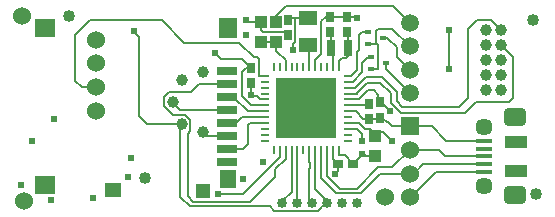
<source format=gtl>
%FSLAX25Y25*%
%MOIN*%
G70*
G01*
G75*
G04 Layer_Physical_Order=1*
G04 Layer_Color=255*
%ADD10R,0.02008X0.01575*%
%ADD11R,0.05315X0.01575*%
%ADD12R,0.07480X0.03937*%
%ADD13R,0.03937X0.04331*%
%ADD14R,0.05709X0.06299*%
%ADD15R,0.06693X0.05906*%
%ADD16R,0.05906X0.06693*%
%ADD17R,0.06614X0.03150*%
%ADD18R,0.05512X0.05079*%
%ADD19R,0.05118X0.05079*%
%ADD20R,0.03543X0.02756*%
%ADD21R,0.02756X0.03543*%
%ADD22R,0.05906X0.05118*%
%ADD23R,0.02953X0.05512*%
%ADD24O,0.00787X0.02756*%
%ADD25O,0.02756X0.00787*%
%ADD26R,0.20276X0.20276*%
%ADD27C,0.04000*%
%ADD28C,0.00800*%
%ADD29C,0.03347*%
%ADD30C,0.06000*%
%ADD31R,0.06000X0.06000*%
G04:AMPARAMS|DCode=32|XSize=59.06mil|YSize=74.8mil|CornerRadius=14.76mil|HoleSize=0mil|Usage=FLASHONLY|Rotation=270.000|XOffset=0mil|YOffset=0mil|HoleType=Round|Shape=RoundedRectangle|*
%AMROUNDEDRECTD32*
21,1,0.05906,0.04528,0,0,270.0*
21,1,0.02953,0.07480,0,0,270.0*
1,1,0.02953,-0.02264,-0.01476*
1,1,0.02953,-0.02264,0.01476*
1,1,0.02953,0.02264,0.01476*
1,1,0.02953,0.02264,-0.01476*
%
%ADD32ROUNDEDRECTD32*%
%ADD33C,0.05709*%
%ADD34C,0.05906*%
%ADD35C,0.03937*%
%ADD36C,0.02400*%
D10*
X104359Y-7100D02*
D03*
X99241Y-9069D02*
D03*
Y-5131D02*
D03*
X100241Y-13632D02*
D03*
Y-17569D02*
D03*
X105359Y-15600D02*
D03*
D11*
X138182Y-51718D02*
D03*
Y-49159D02*
D03*
Y-46600D02*
D03*
Y-44041D02*
D03*
Y-41482D02*
D03*
D12*
X148812Y-51521D02*
D03*
Y-41679D02*
D03*
D13*
X68800Y-1753D02*
D03*
Y-8446D02*
D03*
X63800Y-8446D02*
D03*
Y-1753D02*
D03*
X101800Y-39753D02*
D03*
Y-46446D02*
D03*
D14*
X52694Y-54320D02*
D03*
D15*
X-8330Y-56289D02*
D03*
Y-3927D02*
D03*
D16*
X52694D02*
D03*
D17*
X52300Y-18100D02*
D03*
Y-22431D02*
D03*
Y-31092D02*
D03*
Y-26761D02*
D03*
Y-39753D02*
D03*
Y-35423D02*
D03*
Y-48415D02*
D03*
Y-44084D02*
D03*
D18*
X14505Y-57864D02*
D03*
D19*
X44426Y-58257D02*
D03*
D20*
X89241Y-49100D02*
D03*
X94359D02*
D03*
D21*
X60300Y-17041D02*
D03*
Y-22159D02*
D03*
X103300Y-33659D02*
D03*
Y-28541D02*
D03*
X99800Y-34159D02*
D03*
Y-29041D02*
D03*
X72800Y-6159D02*
D03*
Y-1041D02*
D03*
X92300Y-5159D02*
D03*
Y-41D02*
D03*
X86800Y-5159D02*
D03*
Y-41D02*
D03*
D22*
X79300Y-572D02*
D03*
Y-9628D02*
D03*
D23*
X86946Y-10600D02*
D03*
X92654D02*
D03*
D24*
X89627Y-16820D02*
D03*
X87658D02*
D03*
X85690D02*
D03*
X83721D02*
D03*
X81753D02*
D03*
X79784D02*
D03*
X77816D02*
D03*
X75847D02*
D03*
X73879D02*
D03*
X71910D02*
D03*
X69942D02*
D03*
X67973D02*
D03*
Y-44379D02*
D03*
X69942D02*
D03*
X71910D02*
D03*
X73879D02*
D03*
X75847D02*
D03*
X77816D02*
D03*
X79784D02*
D03*
X81753D02*
D03*
X83721D02*
D03*
X85690D02*
D03*
X87658D02*
D03*
X89627D02*
D03*
D25*
X65021Y-19773D02*
D03*
Y-21742D02*
D03*
Y-23710D02*
D03*
Y-25679D02*
D03*
Y-27647D02*
D03*
Y-29616D02*
D03*
Y-31584D02*
D03*
Y-33553D02*
D03*
Y-35521D02*
D03*
Y-37490D02*
D03*
Y-39458D02*
D03*
Y-41427D02*
D03*
X92580D02*
D03*
Y-39458D02*
D03*
Y-37490D02*
D03*
Y-35521D02*
D03*
Y-33553D02*
D03*
Y-31584D02*
D03*
Y-29616D02*
D03*
Y-27647D02*
D03*
Y-25679D02*
D03*
Y-23710D02*
D03*
Y-21742D02*
D03*
Y-19773D02*
D03*
D26*
X78800Y-30600D02*
D03*
D27*
X-200Y200D02*
D03*
X25100Y-53700D02*
D03*
X154300Y-1100D02*
D03*
X155300Y-59100D02*
D03*
D28*
X95690Y-37490D02*
X97200Y-39000D01*
Y-41200D02*
Y-39000D01*
Y-41200D02*
X97800Y-41800D01*
X82600Y-64700D02*
X85700Y-61600D01*
X68100Y-64700D02*
X82600D01*
X66700Y-63300D02*
X68100Y-64700D01*
X97800Y-45659D02*
Y-45400D01*
X94359Y-49100D02*
X97800Y-45659D01*
Y-45400D02*
X98847Y-46446D01*
X101800D01*
X60000Y-61900D02*
X68500Y-53400D01*
X41094Y-61900D02*
X60000D01*
X70700Y-61600D02*
X73879Y-58421D01*
Y-44379D01*
X75847Y-61453D02*
Y-44379D01*
X79784Y-60684D02*
X80700Y-61600D01*
X81753Y-57653D02*
X85700Y-61600D01*
X36700Y-60046D02*
X39954Y-63300D01*
X66700D01*
X96900Y-58900D02*
X103452Y-52348D01*
X83721Y-53831D02*
X88790Y-58900D01*
X95600Y-57500D02*
X102800Y-50300D01*
X89936Y-57500D02*
X95600D01*
X85690Y-53254D02*
X89936Y-57500D01*
X88790Y-58900D02*
X96900D01*
X68500Y-53400D02*
Y-50900D01*
X71910Y-47490D01*
Y-44379D01*
X125000Y-46600D02*
X138182D01*
X122874Y-44474D02*
X125000Y-46600D01*
X113300Y-44474D02*
X122874D01*
X107474Y-50300D02*
X113300Y-44474D01*
X102800Y-50300D02*
X107474D01*
X103452Y-52348D02*
X110300D01*
X63347Y-27647D02*
Y-27526D01*
X60300Y-26100D02*
Y-22159D01*
Y-26100D02*
X60622Y-26422D01*
X62243D01*
X60316Y-29616D02*
X65021D01*
X57300Y-26600D02*
X60316Y-29616D01*
X57300Y-26600D02*
Y-18600D01*
X48300Y-12100D02*
X50300Y-14100D01*
X57359D01*
X60300Y-17041D01*
X58859D02*
X60300D01*
X57300Y-18600D02*
X58859Y-17041D01*
X56419Y-8673D02*
X61345Y-13600D01*
X62243Y-26422D02*
X63347Y-27526D01*
X61345Y-13600D02*
X62300D01*
X62973Y-14273D01*
Y-19773D02*
Y-14273D01*
X55477Y-35423D02*
X57300Y-33600D01*
X52300Y-35423D02*
X55477D01*
X57300Y-33600D02*
X59800D01*
X92580Y-37490D02*
X95690D01*
X88500Y-52387D02*
X89241Y-51646D01*
Y-49100D01*
X45454Y-39753D02*
X52300D01*
X34300Y-28600D02*
X36792Y-31092D01*
X52300D01*
X40300Y-25100D02*
X42969Y-22431D01*
X52300D01*
X62973Y-19773D02*
X65021D01*
X92154Y-13746D02*
X92654Y-13246D01*
X90654Y-13746D02*
X92154D01*
X87658Y-16820D02*
Y-10813D01*
X81753Y-16820D02*
Y-14647D01*
X89627Y-14773D02*
X90654Y-13746D01*
X89627Y-16820D02*
Y-14773D01*
X79784Y-16820D02*
Y-10612D01*
X63800Y-8446D02*
X68800D01*
X63347Y-27647D02*
X65021D01*
X59753Y-33553D02*
X59800Y-33600D01*
X59753Y-33553D02*
X65021D01*
X52300Y-44084D02*
X57816D01*
X59300Y-42600D01*
Y-36100D01*
X59879Y-35521D01*
X65021D01*
X91592Y-46322D02*
X94359Y-49089D01*
X89800Y-46322D02*
X91592D01*
X89627Y-46149D02*
X89800Y-46322D01*
X89627Y-46149D02*
Y-44379D01*
X87658Y-47517D02*
X89241Y-49100D01*
X87658Y-47517D02*
Y-44379D01*
X85690Y-53254D02*
Y-44379D01*
X83721Y-53831D02*
Y-44379D01*
X81753Y-57653D02*
Y-44379D01*
X69942Y-46696D02*
Y-44379D01*
X125418Y-41482D02*
X138182D01*
X120536Y-36600D02*
X125418Y-41482D01*
X113300Y-36600D02*
X120536D01*
X117741Y-49159D02*
X138182D01*
X114552Y-52348D02*
X117741Y-49159D01*
X113300Y-52348D02*
X114552D01*
X122182Y-51718D02*
X138182D01*
X113678Y-60222D02*
X122182Y-51718D01*
X92580Y-27647D02*
X96253D01*
X92580Y-25679D02*
X95569D01*
Y-25642D01*
X92580Y-19773D02*
X92586Y-19767D01*
X93633D01*
X95531Y-17869D01*
Y-11869D01*
X96300Y-11100D01*
Y-6100D01*
X97268Y-5131D01*
X99241D01*
X97331Y-15542D02*
X99241Y-13632D01*
X99331D01*
X92580Y-21742D02*
X94204D01*
X97331Y-18615D01*
Y-15542D01*
X92580Y-23710D02*
X94956D01*
X104359Y-7100D02*
X105800D01*
X108947Y-10247D01*
Y-13373D02*
Y-10247D01*
Y-13373D02*
X113300Y-17726D01*
X105359Y-17596D02*
Y-15600D01*
Y-17596D02*
X113300Y-25537D01*
X129800Y-30100D02*
X132800Y-27100D01*
Y-4100D01*
X135800Y-1100D01*
X140300D01*
X143800Y-4600D01*
X131800Y-32100D02*
X135300Y-28600D01*
X146300D01*
X147800Y-27100D01*
Y-13600D01*
X143800Y-9600D02*
X147800Y-13600D01*
X101800Y-39753D02*
X102646D01*
X101146Y-38600D02*
X102646D01*
X86946Y-10100D02*
Y-6805D01*
X81753Y-14647D02*
X83800Y-12600D01*
X86800Y-41D02*
X92300D01*
X95241D01*
X83800Y-1600D02*
X85359Y-41D01*
X86800D01*
X83800Y-12600D02*
Y-1600D01*
X59453Y-1753D02*
X63800D01*
X102269Y-9069D02*
X102800Y-9600D01*
Y-17600D02*
Y-9600D01*
X100272Y-17600D02*
X102800D01*
X100241Y-17569D02*
X100272Y-17600D01*
X107426Y-4100D02*
X113300Y-9974D01*
X102800Y-4100D02*
X107426D01*
X101955Y-4945D02*
X102800Y-4100D01*
X101955Y-8755D02*
Y-4945D01*
X99241Y-9069D02*
X102269D01*
X94359Y-49100D02*
Y-49089D01*
X57538Y-59100D02*
X69942Y-46696D01*
X94956Y-23710D02*
X98566Y-20100D01*
X104034D01*
X95569Y-25642D02*
X99111Y-22100D01*
X103489D01*
X100146Y-37600D02*
X101146Y-38600D01*
X98300Y-37600D02*
X100146D01*
X96221Y-35521D02*
X98300Y-37600D01*
X92580Y-35521D02*
X96221D01*
X96253Y-27647D02*
X99300Y-24600D01*
X92580Y-29616D02*
X99225D01*
X92580Y-31584D02*
X95284D01*
X97859Y-34159D01*
X99800D01*
X102800D01*
X103300Y-33659D01*
X99300Y-24600D02*
X101300D01*
X102800Y-26100D01*
Y-28041D02*
Y-26100D01*
X110800Y-30100D02*
X129800D01*
X102646Y-39753D02*
X103800Y-38600D01*
X104300D01*
X103695Y-28541D02*
X105777Y-30623D01*
X104300Y-38600D02*
X107300Y-41600D01*
X103300Y-33659D02*
X104182D01*
X105723Y-35200D01*
X105900D01*
X107300Y-36600D01*
X113300D01*
X110300Y-32100D02*
X131800D01*
X126300Y-17600D02*
Y-4600D01*
X92654Y-10600D02*
Y-5513D01*
Y-13246D02*
Y-10600D01*
X107750Y3387D02*
X113300Y-2163D01*
X72098Y3387D02*
X107750D01*
X68800Y89D02*
X72098Y3387D01*
X68800Y-1753D02*
Y89D01*
X52300Y-26761D02*
X54461D01*
X59284Y-31584D01*
X65021D01*
X108868Y-28168D02*
X110800Y-30100D01*
X108868Y-28168D02*
Y-25100D01*
X107031Y-28831D02*
X110300Y-32100D01*
X103489Y-22100D02*
X107031Y-25642D01*
Y-28831D02*
Y-25642D01*
X104034Y-20100D02*
X108947Y-25013D01*
Y-25021D02*
Y-25013D01*
X72922Y-5281D02*
X73300Y-5659D01*
X64481Y-5281D02*
X72922D01*
X63800Y-4600D02*
X64481Y-5281D01*
X63800Y-4600D02*
Y-1753D01*
X74300Y-11100D02*
Y-9223D01*
X75178Y-8345D01*
Y-695D01*
X73331Y-572D02*
X79300D01*
X39200Y-59900D02*
X41097Y-61797D01*
X68800Y-11500D02*
Y-8446D01*
Y-11500D02*
X71910Y-14610D01*
Y-16820D02*
Y-14610D01*
X49300Y-59100D02*
X57538D01*
X37927Y-8673D02*
X56419D01*
X21500Y-5200D02*
X23100Y-6800D01*
X3876Y-23476D02*
X8606D01*
X1800Y-21400D02*
X3876Y-23476D01*
X1800Y-21400D02*
Y-6100D01*
X6600Y-1300D01*
X30554D01*
X37927Y-8673D01*
X79784Y-60684D02*
Y-50827D01*
X80100Y-50511D01*
Y-48689D01*
X79784Y-48373D02*
X80100Y-48689D01*
X79784Y-48373D02*
Y-44379D01*
X36700Y-60046D02*
Y-36357D01*
X23100Y-33000D02*
Y-6800D01*
X25800Y-35700D02*
X36043D01*
X23100Y-33000D02*
X25800Y-35700D01*
X36043D02*
X36700Y-36357D01*
X31332Y-29829D02*
Y-26869D01*
X38443Y-32875D02*
X40182Y-34614D01*
Y-38056D02*
Y-34614D01*
X39200Y-39037D02*
X40182Y-38056D01*
X31332Y-29829D02*
X34378Y-32875D01*
X38443D01*
X39200Y-59900D02*
Y-39037D01*
X31332Y-26869D02*
X33100Y-25100D01*
X40300D01*
D29*
X70700Y-62000D02*
D03*
X75700D02*
D03*
X80700D02*
D03*
X85700D02*
D03*
X90700D02*
D03*
X95700D02*
D03*
D30*
X105000Y-60300D02*
D03*
X-15300Y-61400D02*
D03*
X-15900Y300D02*
D03*
X113300Y-60222D02*
D03*
Y-52348D02*
D03*
Y-44474D02*
D03*
X8606Y-31350D02*
D03*
Y-23476D02*
D03*
Y-15602D02*
D03*
Y-7728D02*
D03*
D31*
X113300Y-36600D02*
D03*
D32*
X148418Y-59380D02*
D03*
Y-33427D02*
D03*
D33*
X138182Y-36757D02*
D03*
X138182Y-56442D02*
D03*
D34*
X113300Y-9974D02*
D03*
Y-2163D02*
D03*
Y-17726D02*
D03*
Y-25537D02*
D03*
D35*
X138800Y-24600D02*
D03*
Y-19600D02*
D03*
Y-14600D02*
D03*
Y-9600D02*
D03*
Y-4600D02*
D03*
X143800D02*
D03*
Y-9600D02*
D03*
Y-14600D02*
D03*
Y-19600D02*
D03*
Y-24600D02*
D03*
X37213Y-21277D02*
D03*
Y-35844D02*
D03*
X44300Y-18600D02*
D03*
X34300Y-28600D02*
D03*
X44300Y-38600D02*
D03*
D36*
X97300Y-45800D02*
D03*
X60300Y-26100D02*
D03*
X48300Y-12100D02*
D03*
X97400Y-41600D02*
D03*
X20300Y-47100D02*
D03*
X-12700Y-41600D02*
D03*
X-16200Y-56100D02*
D03*
X19300Y-53600D02*
D03*
X7800Y-60600D02*
D03*
X-6200Y-61100D02*
D03*
X-5200Y-34100D02*
D03*
X95800Y-600D02*
D03*
X88500Y-52387D02*
D03*
X58800Y-1100D02*
D03*
Y-6100D02*
D03*
X57800Y-54100D02*
D03*
X107300Y-41600D02*
D03*
X106600Y-31600D02*
D03*
X126300Y-4600D02*
D03*
Y-17600D02*
D03*
X64300Y-48600D02*
D03*
X74300Y-11100D02*
D03*
X49300Y-59300D02*
D03*
X21300Y-4900D02*
D03*
M02*

</source>
